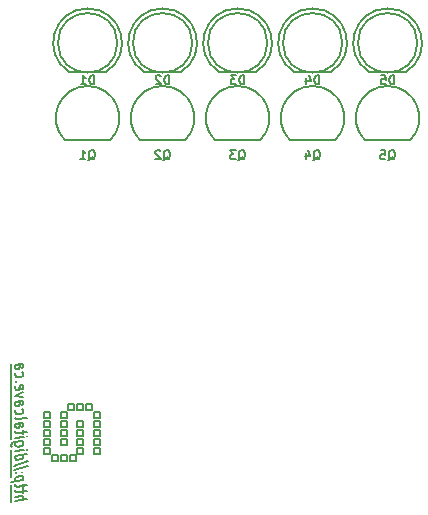
<source format=gbo>
G04 #@! TF.FileFunction,Legend,Bot*
%FSLAX46Y46*%
G04 Gerber Fmt 4.6, Leading zero omitted, Abs format (unit mm)*
G04 Created by KiCad (PCBNEW 4.0.4+dfsg1-stable) date Fri Mar  3 21:41:16 2017*
%MOMM*%
%LPD*%
G01*
G04 APERTURE LIST*
%ADD10C,0.100000*%
%ADD11C,0.150000*%
%ADD12C,0.190500*%
G04 APERTURE END LIST*
D10*
D11*
X81915000Y-71755000D02*
X78105000Y-71755000D01*
X78105000Y-71755000D02*
G75*
G02X81915000Y-71755000I1905000J1905000D01*
G01*
X75565000Y-71755000D02*
X71755000Y-71755000D01*
X71755000Y-71755000D02*
G75*
G02X75565000Y-71755000I1905000J1905000D01*
G01*
X69215000Y-71755000D02*
X65405000Y-71755000D01*
X65405000Y-71755000D02*
G75*
G02X69215000Y-71755000I1905000J1905000D01*
G01*
X62865000Y-71755000D02*
X59055000Y-71755000D01*
X59055000Y-71755000D02*
G75*
G02X62865000Y-71755000I1905000J1905000D01*
G01*
X56515000Y-71755000D02*
X52705000Y-71755000D01*
X52705000Y-71755000D02*
G75*
G02X56515000Y-71755000I1905000J1905000D01*
G01*
X53085096Y-65984888D02*
G75*
G02X56110000Y-66000000I1524904J2484888D01*
G01*
X53110000Y-66000000D02*
X56110000Y-66000000D01*
X57127936Y-63500000D02*
G75*
G03X57127936Y-63500000I-2517936J0D01*
G01*
X59435096Y-65984888D02*
G75*
G02X62460000Y-66000000I1524904J2484888D01*
G01*
X59460000Y-66000000D02*
X62460000Y-66000000D01*
X63477936Y-63500000D02*
G75*
G03X63477936Y-63500000I-2517936J0D01*
G01*
X72135096Y-65984888D02*
G75*
G02X75160000Y-66000000I1524904J2484888D01*
G01*
X72160000Y-66000000D02*
X75160000Y-66000000D01*
X76177936Y-63500000D02*
G75*
G03X76177936Y-63500000I-2517936J0D01*
G01*
X78485096Y-65984888D02*
G75*
G02X81510000Y-66000000I1524904J2484888D01*
G01*
X78510000Y-66000000D02*
X81510000Y-66000000D01*
X82527936Y-63500000D02*
G75*
G03X82527936Y-63500000I-2517936J0D01*
G01*
X65785096Y-65984888D02*
G75*
G02X68810000Y-66000000I1524904J2484888D01*
G01*
X65810000Y-66000000D02*
X68810000Y-66000000D01*
X69827936Y-63500000D02*
G75*
G03X69827936Y-63500000I-2517936J0D01*
G01*
X51435000Y-95250000D02*
X51435000Y-94742000D01*
X51435000Y-94742000D02*
X50927000Y-94742000D01*
X50927000Y-94742000D02*
X50927000Y-95250000D01*
X50927000Y-95250000D02*
X51435000Y-95250000D01*
X51435000Y-96012000D02*
X51435000Y-95504000D01*
X51435000Y-95504000D02*
X50927000Y-95504000D01*
X50927000Y-95504000D02*
X50927000Y-96012000D01*
X50927000Y-96012000D02*
X51435000Y-96012000D01*
X51435000Y-96774000D02*
X51435000Y-96266000D01*
X51435000Y-96266000D02*
X50927000Y-96266000D01*
X50927000Y-96266000D02*
X50927000Y-96774000D01*
X50927000Y-96774000D02*
X51435000Y-96774000D01*
X51435000Y-97536000D02*
X51435000Y-97028000D01*
X51435000Y-97028000D02*
X50927000Y-97028000D01*
X50927000Y-97028000D02*
X50927000Y-97536000D01*
X50927000Y-97536000D02*
X51435000Y-97536000D01*
X51435000Y-98298000D02*
X51435000Y-97790000D01*
X51435000Y-97790000D02*
X50927000Y-97790000D01*
X50927000Y-97790000D02*
X50927000Y-98298000D01*
X50927000Y-98298000D02*
X51435000Y-98298000D01*
X52070000Y-98933000D02*
X52070000Y-98425000D01*
X52070000Y-98425000D02*
X51562000Y-98425000D01*
X51562000Y-98425000D02*
X51562000Y-98933000D01*
X51562000Y-98933000D02*
X52070000Y-98933000D01*
X52832000Y-98425000D02*
X52324000Y-98425000D01*
X52324000Y-98425000D02*
X52324000Y-98933000D01*
X52324000Y-98933000D02*
X52832000Y-98933000D01*
X52832000Y-98933000D02*
X52832000Y-98425000D01*
X53594000Y-98425000D02*
X53086000Y-98425000D01*
X53086000Y-98425000D02*
X53086000Y-98933000D01*
X53086000Y-98933000D02*
X53594000Y-98933000D01*
X53594000Y-98933000D02*
X53594000Y-98425000D01*
X54229000Y-97790000D02*
X53721000Y-97790000D01*
X53721000Y-97790000D02*
X53721000Y-98298000D01*
X53721000Y-98298000D02*
X54229000Y-98298000D01*
X54229000Y-98298000D02*
X54229000Y-97790000D01*
X53721000Y-97028000D02*
X54229000Y-97028000D01*
X54229000Y-97028000D02*
X54229000Y-97536000D01*
X54229000Y-97536000D02*
X53721000Y-97536000D01*
X53721000Y-97536000D02*
X53721000Y-97028000D01*
X54229000Y-96266000D02*
X53721000Y-96266000D01*
X53721000Y-96266000D02*
X53721000Y-96774000D01*
X53721000Y-96774000D02*
X54229000Y-96774000D01*
X54229000Y-96774000D02*
X54229000Y-96266000D01*
X53721000Y-95504000D02*
X54229000Y-95504000D01*
X54229000Y-95504000D02*
X54229000Y-96012000D01*
X54229000Y-96012000D02*
X53721000Y-96012000D01*
X53721000Y-96012000D02*
X53721000Y-95504000D01*
X52324000Y-97028000D02*
X52832000Y-97028000D01*
X52832000Y-97028000D02*
X52832000Y-97536000D01*
X52832000Y-97536000D02*
X52324000Y-97536000D01*
X52324000Y-97536000D02*
X52324000Y-97028000D01*
X52324000Y-96266000D02*
X52324000Y-96774000D01*
X52324000Y-96774000D02*
X52832000Y-96774000D01*
X52324000Y-96266000D02*
X52832000Y-96266000D01*
X52832000Y-96266000D02*
X52832000Y-96774000D01*
X52832000Y-95504000D02*
X52324000Y-95504000D01*
X52324000Y-95504000D02*
X52324000Y-96012000D01*
X52324000Y-96012000D02*
X52832000Y-96012000D01*
X52832000Y-96012000D02*
X52832000Y-95504000D01*
X52832000Y-94742000D02*
X52324000Y-94742000D01*
X52324000Y-94742000D02*
X52324000Y-95250000D01*
X52324000Y-95250000D02*
X52832000Y-95250000D01*
X52832000Y-95250000D02*
X52832000Y-94742000D01*
X53467000Y-94615000D02*
X53467000Y-94107000D01*
X53467000Y-94107000D02*
X52959000Y-94107000D01*
X52959000Y-94107000D02*
X52959000Y-94615000D01*
X52959000Y-94615000D02*
X53467000Y-94615000D01*
X54229000Y-94615000D02*
X54229000Y-94107000D01*
X54229000Y-94107000D02*
X53721000Y-94107000D01*
X53721000Y-94107000D02*
X53721000Y-94615000D01*
X53721000Y-94615000D02*
X54229000Y-94615000D01*
X54991000Y-94615000D02*
X54991000Y-94107000D01*
X54991000Y-94107000D02*
X54483000Y-94107000D01*
X54483000Y-94107000D02*
X54483000Y-94615000D01*
X54483000Y-94615000D02*
X54991000Y-94615000D01*
X55626000Y-95250000D02*
X55118000Y-95250000D01*
X55118000Y-95250000D02*
X55118000Y-94742000D01*
X55118000Y-94742000D02*
X55626000Y-94742000D01*
X55626000Y-94742000D02*
X55626000Y-95250000D01*
X55626000Y-96012000D02*
X55118000Y-96012000D01*
X55118000Y-96012000D02*
X55118000Y-95504000D01*
X55118000Y-95504000D02*
X55626000Y-95504000D01*
X55626000Y-95504000D02*
X55626000Y-96012000D01*
X55626000Y-96774000D02*
X55118000Y-96774000D01*
X55118000Y-96774000D02*
X55118000Y-96266000D01*
X55118000Y-96266000D02*
X55626000Y-96266000D01*
X55626000Y-96266000D02*
X55626000Y-96774000D01*
X55626000Y-97536000D02*
X55118000Y-97536000D01*
X55118000Y-97536000D02*
X55118000Y-97028000D01*
X55118000Y-97028000D02*
X55626000Y-97028000D01*
X55626000Y-97028000D02*
X55626000Y-97536000D01*
X55626000Y-98298000D02*
X55118000Y-98298000D01*
X55118000Y-98298000D02*
X55118000Y-97790000D01*
X55118000Y-97790000D02*
X55626000Y-97790000D01*
X55626000Y-97790000D02*
X55626000Y-98298000D01*
X48818800Y-92887800D02*
X48920400Y-92456000D01*
X48920400Y-92456000D02*
X48996600Y-92456000D01*
X48996600Y-92456000D02*
X49123600Y-92481400D01*
X49123600Y-92481400D02*
X49174400Y-92557600D01*
X49174400Y-92557600D02*
X49174400Y-92684600D01*
X49174400Y-92684600D02*
X49123600Y-92786200D01*
X49123600Y-92786200D02*
X49022000Y-92837000D01*
X49022000Y-92837000D02*
X48641000Y-92887800D01*
X48641000Y-92887800D02*
X48539400Y-92862400D01*
X48539400Y-92862400D02*
X48488600Y-92760800D01*
X48488600Y-92760800D02*
X48488600Y-92633800D01*
X48488600Y-92633800D02*
X48564800Y-92557600D01*
X49149000Y-93497400D02*
X48488600Y-93370400D01*
X48488600Y-93370400D02*
X49174400Y-93091000D01*
X48539400Y-90754200D02*
X48488600Y-90830400D01*
X48488600Y-90830400D02*
X48488600Y-91033600D01*
X48488600Y-91033600D02*
X48539400Y-91084400D01*
X48539400Y-91084400D02*
X48615600Y-91109800D01*
X48615600Y-91109800D02*
X48717200Y-91109800D01*
X48717200Y-91109800D02*
X48793400Y-91109800D01*
X48793400Y-91109800D02*
X48844200Y-91033600D01*
X48844200Y-91033600D02*
X48869600Y-90957400D01*
X48869600Y-90957400D02*
X48869600Y-90779600D01*
X48869600Y-90779600D02*
X48920400Y-90728800D01*
X49098200Y-91033600D02*
X49174400Y-90932000D01*
X49174400Y-90932000D02*
X49174400Y-90779600D01*
X49174400Y-90779600D02*
X49123600Y-90703400D01*
X49123600Y-90703400D02*
X49022000Y-90678000D01*
X49022000Y-90678000D02*
X48488600Y-90754200D01*
X49022000Y-93802200D02*
X48488600Y-93878400D01*
X49123600Y-93827600D02*
X49022000Y-93802200D01*
X49174400Y-93903800D02*
X49123600Y-93827600D01*
X49174400Y-94056200D02*
X49174400Y-93903800D01*
X49098200Y-94157800D02*
X49174400Y-94056200D01*
X48869600Y-93903800D02*
X48920400Y-93853000D01*
X48869600Y-94081600D02*
X48869600Y-93903800D01*
X48844200Y-94157800D02*
X48869600Y-94081600D01*
X48793400Y-94234000D02*
X48844200Y-94157800D01*
X48717200Y-94234000D02*
X48793400Y-94234000D01*
X48615600Y-94234000D02*
X48717200Y-94234000D01*
X48539400Y-94208600D02*
X48615600Y-94234000D01*
X48488600Y-94157800D02*
X48539400Y-94208600D01*
X48488600Y-93954600D02*
X48488600Y-94157800D01*
X48539400Y-93878400D02*
X48488600Y-93954600D01*
X48488600Y-91516200D02*
X48539400Y-91440000D01*
X48488600Y-91617800D02*
X48488600Y-91516200D01*
X48514000Y-91694000D02*
X48488600Y-91617800D01*
X48590200Y-91795600D02*
X48514000Y-91694000D01*
X48844200Y-91795600D02*
X48590200Y-91795600D01*
X48971200Y-91795600D02*
X48844200Y-91795600D01*
X49047400Y-91744800D02*
X48971200Y-91795600D01*
X49123600Y-91694000D02*
X49047400Y-91744800D01*
X49174400Y-91592400D02*
X49123600Y-91694000D01*
X49174400Y-91440000D02*
X49174400Y-91592400D01*
X49098200Y-91363800D02*
X49174400Y-91440000D01*
X49098200Y-94488000D02*
X49174400Y-94564200D01*
X49174400Y-94564200D02*
X49174400Y-94716600D01*
X49174400Y-94716600D02*
X49123600Y-94818200D01*
X49123600Y-94818200D02*
X49047400Y-94869000D01*
X49047400Y-94869000D02*
X48971200Y-94919800D01*
X48971200Y-94919800D02*
X48844200Y-94919800D01*
X48844200Y-94919800D02*
X48590200Y-94919800D01*
X48590200Y-94919800D02*
X48514000Y-94818200D01*
X48514000Y-94818200D02*
X48488600Y-94742000D01*
X48488600Y-94742000D02*
X48488600Y-94640400D01*
X48488600Y-94640400D02*
X48539400Y-94564200D01*
X49479200Y-95224600D02*
X48615600Y-95351600D01*
X48615600Y-95351600D02*
X48539400Y-95326200D01*
X48539400Y-95326200D02*
X48463200Y-95224600D01*
X48539400Y-95732600D02*
X48488600Y-95808800D01*
X48488600Y-95808800D02*
X48488600Y-96012000D01*
X48488600Y-96012000D02*
X48539400Y-96062800D01*
X48539400Y-96062800D02*
X48615600Y-96088200D01*
X48615600Y-96088200D02*
X48717200Y-96088200D01*
X48717200Y-96088200D02*
X48793400Y-96088200D01*
X48793400Y-96088200D02*
X48844200Y-96012000D01*
X48844200Y-96012000D02*
X48869600Y-95935800D01*
X48869600Y-95935800D02*
X48869600Y-95758000D01*
X48869600Y-95758000D02*
X48920400Y-95707200D01*
X49098200Y-96012000D02*
X49174400Y-95910400D01*
X49174400Y-95910400D02*
X49174400Y-95758000D01*
X49174400Y-95758000D02*
X49123600Y-95681800D01*
X49123600Y-95681800D02*
X49022000Y-95656400D01*
X49022000Y-95656400D02*
X48488600Y-95732600D01*
X48488600Y-96443800D02*
X48463200Y-96342200D01*
X48539400Y-96494600D02*
X48488600Y-96443800D01*
X48641000Y-96520000D02*
X48539400Y-96494600D01*
X49504600Y-96418400D02*
X48641000Y-96520000D01*
X49174400Y-96621600D02*
X49174400Y-96291400D01*
X49123600Y-97256600D02*
X49174400Y-97332800D01*
X49174400Y-97332800D02*
X49174400Y-97434400D01*
X49174400Y-97434400D02*
X49123600Y-97561400D01*
X49123600Y-97561400D02*
X49047400Y-97612200D01*
X49047400Y-97612200D02*
X48971200Y-97637600D01*
X48971200Y-97637600D02*
X48691800Y-97688400D01*
X48691800Y-97688400D02*
X48539400Y-97637600D01*
X48539400Y-97637600D02*
X48488600Y-97536000D01*
X48488600Y-97536000D02*
X48488600Y-97409000D01*
X48488600Y-97409000D02*
X48564800Y-97332800D01*
X49149000Y-97231200D02*
X48336200Y-97332800D01*
X48336200Y-97332800D02*
X48234600Y-97409000D01*
X48234600Y-97409000D02*
X48209200Y-97434400D01*
X48209200Y-97434400D02*
X48183800Y-97459800D01*
X48183800Y-97459800D02*
X48158400Y-97510600D01*
X48158400Y-97510600D02*
X48158400Y-97612200D01*
X48158400Y-97612200D02*
X48158400Y-97663000D01*
X48158400Y-97663000D02*
X48209200Y-97713800D01*
X48539400Y-98450400D02*
X48488600Y-98501200D01*
X48488600Y-98501200D02*
X48488600Y-98653600D01*
X48488600Y-98653600D02*
X48539400Y-98755200D01*
X48539400Y-98755200D02*
X48590200Y-98780600D01*
X48590200Y-98780600D02*
X48666400Y-98806000D01*
X48666400Y-98806000D02*
X48971200Y-98755200D01*
X48971200Y-98755200D02*
X49072800Y-98729800D01*
X49072800Y-98729800D02*
X49123600Y-98653600D01*
X49123600Y-98653600D02*
X49174400Y-98577400D01*
X49174400Y-98577400D02*
X49174400Y-98475800D01*
X49174400Y-98475800D02*
X49123600Y-98374200D01*
X49504600Y-98323400D02*
X48463200Y-98450400D01*
X48539400Y-92151200D02*
X48514000Y-92176600D01*
X48514000Y-92151200D02*
X48539400Y-92151200D01*
X48539400Y-92176600D02*
X48514000Y-92151200D01*
X49199800Y-96850200D02*
X48488600Y-96951800D01*
X49479200Y-96824800D02*
X49453800Y-96799400D01*
X49453800Y-96799400D02*
X49479200Y-96799400D01*
X49479200Y-96799400D02*
X49453800Y-96824800D01*
X49479200Y-97917000D02*
X49453800Y-97942400D01*
X49453800Y-97917000D02*
X49479200Y-97917000D01*
X49479200Y-97942400D02*
X49453800Y-97917000D01*
X48539400Y-99872800D02*
X48514000Y-99898200D01*
X48514000Y-99872800D02*
X48539400Y-99872800D01*
X48539400Y-99898200D02*
X48514000Y-99872800D01*
X49072800Y-99847400D02*
X49047400Y-99822000D01*
X49047400Y-99822000D02*
X49072800Y-99822000D01*
X49072800Y-99822000D02*
X49047400Y-99847400D01*
X49199800Y-97967800D02*
X48488600Y-98069400D01*
X48488600Y-100634800D02*
X48488600Y-100406200D01*
X48488600Y-100406200D02*
X48590200Y-100228400D01*
X48590200Y-100228400D02*
X48945800Y-100177600D01*
X48945800Y-100177600D02*
X49047400Y-100203000D01*
X49047400Y-100203000D02*
X49149000Y-100279200D01*
X49149000Y-100279200D02*
X49174400Y-100380800D01*
X49174400Y-100380800D02*
X49174400Y-100431600D01*
X49174400Y-100431600D02*
X49098200Y-100533200D01*
X49149000Y-100533200D02*
X48133000Y-100685600D01*
X48488600Y-100990400D02*
X48463200Y-100888800D01*
X48539400Y-101041200D02*
X48488600Y-100990400D01*
X48641000Y-101066600D02*
X48539400Y-101041200D01*
X49504600Y-100965000D02*
X48641000Y-101066600D01*
X49174400Y-101168200D02*
X49174400Y-100838000D01*
X49174400Y-101625400D02*
X49174400Y-101295200D01*
X49504600Y-101422200D02*
X48641000Y-101523800D01*
X48641000Y-101523800D02*
X48539400Y-101498400D01*
X48539400Y-101498400D02*
X48488600Y-101447600D01*
X48488600Y-101447600D02*
X48463200Y-101346000D01*
X49072800Y-102209600D02*
X49174400Y-102133400D01*
X49174400Y-102133400D02*
X49149000Y-101981000D01*
X49149000Y-101981000D02*
X49098200Y-101904800D01*
X49098200Y-101904800D02*
X49022000Y-101879400D01*
X49022000Y-101879400D02*
X48463200Y-101955600D01*
X49504600Y-102158800D02*
X48463200Y-102285800D01*
X49530000Y-98933000D02*
X48387000Y-99314000D01*
X49530000Y-99314000D02*
X48387000Y-99695000D01*
X48133000Y-97053400D02*
X48133000Y-90703400D01*
X48133000Y-97942400D02*
X48133000Y-100228400D01*
X48133000Y-102362000D02*
X48133000Y-100965000D01*
D12*
X80082571Y-73442286D02*
X80155143Y-73406000D01*
X80227714Y-73333429D01*
X80336571Y-73224571D01*
X80409143Y-73188286D01*
X80481714Y-73188286D01*
X80445429Y-73369714D02*
X80518000Y-73333429D01*
X80590571Y-73260857D01*
X80626857Y-73115714D01*
X80626857Y-72861714D01*
X80590571Y-72716571D01*
X80518000Y-72644000D01*
X80445429Y-72607714D01*
X80300286Y-72607714D01*
X80227714Y-72644000D01*
X80155143Y-72716571D01*
X80118857Y-72861714D01*
X80118857Y-73115714D01*
X80155143Y-73260857D01*
X80227714Y-73333429D01*
X80300286Y-73369714D01*
X80445429Y-73369714D01*
X79429428Y-72607714D02*
X79792285Y-72607714D01*
X79828571Y-72970571D01*
X79792285Y-72934286D01*
X79719714Y-72898000D01*
X79538285Y-72898000D01*
X79465714Y-72934286D01*
X79429428Y-72970571D01*
X79393143Y-73043143D01*
X79393143Y-73224571D01*
X79429428Y-73297143D01*
X79465714Y-73333429D01*
X79538285Y-73369714D01*
X79719714Y-73369714D01*
X79792285Y-73333429D01*
X79828571Y-73297143D01*
X73732571Y-73442286D02*
X73805143Y-73406000D01*
X73877714Y-73333429D01*
X73986571Y-73224571D01*
X74059143Y-73188286D01*
X74131714Y-73188286D01*
X74095429Y-73369714D02*
X74168000Y-73333429D01*
X74240571Y-73260857D01*
X74276857Y-73115714D01*
X74276857Y-72861714D01*
X74240571Y-72716571D01*
X74168000Y-72644000D01*
X74095429Y-72607714D01*
X73950286Y-72607714D01*
X73877714Y-72644000D01*
X73805143Y-72716571D01*
X73768857Y-72861714D01*
X73768857Y-73115714D01*
X73805143Y-73260857D01*
X73877714Y-73333429D01*
X73950286Y-73369714D01*
X74095429Y-73369714D01*
X73115714Y-72861714D02*
X73115714Y-73369714D01*
X73297143Y-72571429D02*
X73478571Y-73115714D01*
X73006857Y-73115714D01*
X67382571Y-73442286D02*
X67455143Y-73406000D01*
X67527714Y-73333429D01*
X67636571Y-73224571D01*
X67709143Y-73188286D01*
X67781714Y-73188286D01*
X67745429Y-73369714D02*
X67818000Y-73333429D01*
X67890571Y-73260857D01*
X67926857Y-73115714D01*
X67926857Y-72861714D01*
X67890571Y-72716571D01*
X67818000Y-72644000D01*
X67745429Y-72607714D01*
X67600286Y-72607714D01*
X67527714Y-72644000D01*
X67455143Y-72716571D01*
X67418857Y-72861714D01*
X67418857Y-73115714D01*
X67455143Y-73260857D01*
X67527714Y-73333429D01*
X67600286Y-73369714D01*
X67745429Y-73369714D01*
X67164857Y-72607714D02*
X66693143Y-72607714D01*
X66947143Y-72898000D01*
X66838285Y-72898000D01*
X66765714Y-72934286D01*
X66729428Y-72970571D01*
X66693143Y-73043143D01*
X66693143Y-73224571D01*
X66729428Y-73297143D01*
X66765714Y-73333429D01*
X66838285Y-73369714D01*
X67056000Y-73369714D01*
X67128571Y-73333429D01*
X67164857Y-73297143D01*
X61032571Y-73442286D02*
X61105143Y-73406000D01*
X61177714Y-73333429D01*
X61286571Y-73224571D01*
X61359143Y-73188286D01*
X61431714Y-73188286D01*
X61395429Y-73369714D02*
X61468000Y-73333429D01*
X61540571Y-73260857D01*
X61576857Y-73115714D01*
X61576857Y-72861714D01*
X61540571Y-72716571D01*
X61468000Y-72644000D01*
X61395429Y-72607714D01*
X61250286Y-72607714D01*
X61177714Y-72644000D01*
X61105143Y-72716571D01*
X61068857Y-72861714D01*
X61068857Y-73115714D01*
X61105143Y-73260857D01*
X61177714Y-73333429D01*
X61250286Y-73369714D01*
X61395429Y-73369714D01*
X60778571Y-72680286D02*
X60742285Y-72644000D01*
X60669714Y-72607714D01*
X60488285Y-72607714D01*
X60415714Y-72644000D01*
X60379428Y-72680286D01*
X60343143Y-72752857D01*
X60343143Y-72825429D01*
X60379428Y-72934286D01*
X60814857Y-73369714D01*
X60343143Y-73369714D01*
X54682571Y-73442286D02*
X54755143Y-73406000D01*
X54827714Y-73333429D01*
X54936571Y-73224571D01*
X55009143Y-73188286D01*
X55081714Y-73188286D01*
X55045429Y-73369714D02*
X55118000Y-73333429D01*
X55190571Y-73260857D01*
X55226857Y-73115714D01*
X55226857Y-72861714D01*
X55190571Y-72716571D01*
X55118000Y-72644000D01*
X55045429Y-72607714D01*
X54900286Y-72607714D01*
X54827714Y-72644000D01*
X54755143Y-72716571D01*
X54718857Y-72861714D01*
X54718857Y-73115714D01*
X54755143Y-73260857D01*
X54827714Y-73333429D01*
X54900286Y-73369714D01*
X55045429Y-73369714D01*
X53993143Y-73369714D02*
X54428571Y-73369714D01*
X54210857Y-73369714D02*
X54210857Y-72607714D01*
X54283428Y-72716571D01*
X54356000Y-72789143D01*
X54428571Y-72825429D01*
X55172428Y-67019714D02*
X55172428Y-66257714D01*
X54991000Y-66257714D01*
X54882143Y-66294000D01*
X54809571Y-66366571D01*
X54773286Y-66439143D01*
X54737000Y-66584286D01*
X54737000Y-66693143D01*
X54773286Y-66838286D01*
X54809571Y-66910857D01*
X54882143Y-66983429D01*
X54991000Y-67019714D01*
X55172428Y-67019714D01*
X54011286Y-67019714D02*
X54446714Y-67019714D01*
X54229000Y-67019714D02*
X54229000Y-66257714D01*
X54301571Y-66366571D01*
X54374143Y-66439143D01*
X54446714Y-66475429D01*
X61522428Y-67019714D02*
X61522428Y-66257714D01*
X61341000Y-66257714D01*
X61232143Y-66294000D01*
X61159571Y-66366571D01*
X61123286Y-66439143D01*
X61087000Y-66584286D01*
X61087000Y-66693143D01*
X61123286Y-66838286D01*
X61159571Y-66910857D01*
X61232143Y-66983429D01*
X61341000Y-67019714D01*
X61522428Y-67019714D01*
X60796714Y-66330286D02*
X60760428Y-66294000D01*
X60687857Y-66257714D01*
X60506428Y-66257714D01*
X60433857Y-66294000D01*
X60397571Y-66330286D01*
X60361286Y-66402857D01*
X60361286Y-66475429D01*
X60397571Y-66584286D01*
X60833000Y-67019714D01*
X60361286Y-67019714D01*
X74222428Y-67019714D02*
X74222428Y-66257714D01*
X74041000Y-66257714D01*
X73932143Y-66294000D01*
X73859571Y-66366571D01*
X73823286Y-66439143D01*
X73787000Y-66584286D01*
X73787000Y-66693143D01*
X73823286Y-66838286D01*
X73859571Y-66910857D01*
X73932143Y-66983429D01*
X74041000Y-67019714D01*
X74222428Y-67019714D01*
X73133857Y-66511714D02*
X73133857Y-67019714D01*
X73315286Y-66221429D02*
X73496714Y-66765714D01*
X73025000Y-66765714D01*
X80572428Y-67019714D02*
X80572428Y-66257714D01*
X80391000Y-66257714D01*
X80282143Y-66294000D01*
X80209571Y-66366571D01*
X80173286Y-66439143D01*
X80137000Y-66584286D01*
X80137000Y-66693143D01*
X80173286Y-66838286D01*
X80209571Y-66910857D01*
X80282143Y-66983429D01*
X80391000Y-67019714D01*
X80572428Y-67019714D01*
X79447571Y-66257714D02*
X79810428Y-66257714D01*
X79846714Y-66620571D01*
X79810428Y-66584286D01*
X79737857Y-66548000D01*
X79556428Y-66548000D01*
X79483857Y-66584286D01*
X79447571Y-66620571D01*
X79411286Y-66693143D01*
X79411286Y-66874571D01*
X79447571Y-66947143D01*
X79483857Y-66983429D01*
X79556428Y-67019714D01*
X79737857Y-67019714D01*
X79810428Y-66983429D01*
X79846714Y-66947143D01*
X67872428Y-67019714D02*
X67872428Y-66257714D01*
X67691000Y-66257714D01*
X67582143Y-66294000D01*
X67509571Y-66366571D01*
X67473286Y-66439143D01*
X67437000Y-66584286D01*
X67437000Y-66693143D01*
X67473286Y-66838286D01*
X67509571Y-66910857D01*
X67582143Y-66983429D01*
X67691000Y-67019714D01*
X67872428Y-67019714D01*
X67183000Y-66257714D02*
X66711286Y-66257714D01*
X66965286Y-66548000D01*
X66856428Y-66548000D01*
X66783857Y-66584286D01*
X66747571Y-66620571D01*
X66711286Y-66693143D01*
X66711286Y-66874571D01*
X66747571Y-66947143D01*
X66783857Y-66983429D01*
X66856428Y-67019714D01*
X67074143Y-67019714D01*
X67146714Y-66983429D01*
X67183000Y-66947143D01*
M02*

</source>
